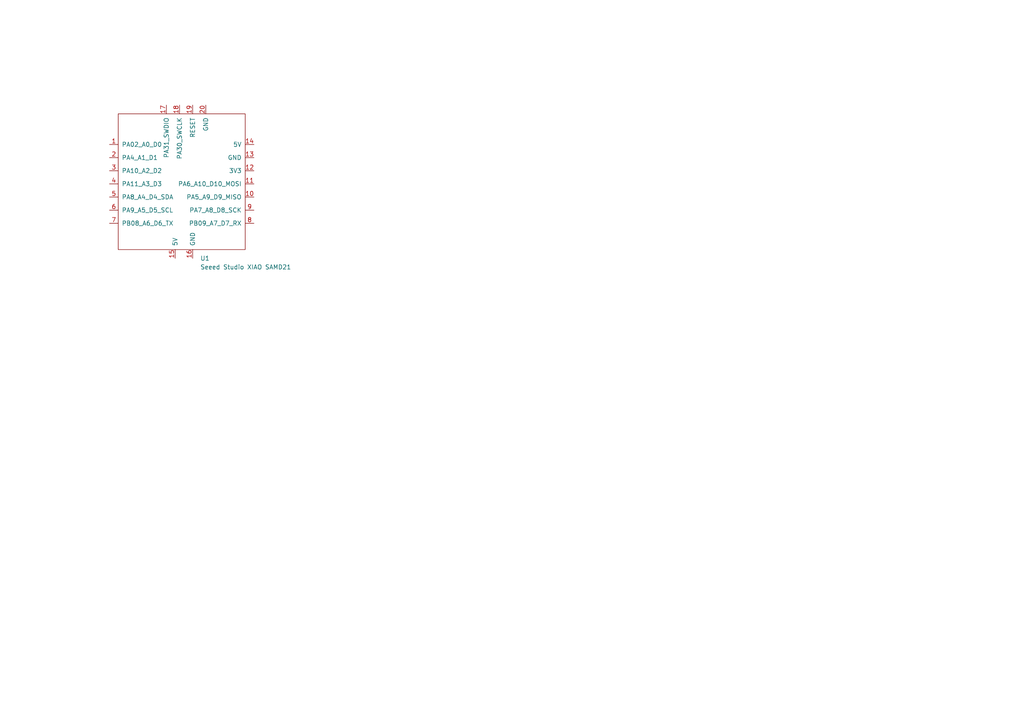
<source format=kicad_sch>
(kicad_sch (version 20231120) (generator "eeschema") (generator_version "8.0")
  (paper "A4")
  (lib_symbols
    (symbol "Seeed_Studio_XIAO_Series:Seeed Studio XIAO SAMD21" (pin_names (offset 1.016))
      (property "Reference" "U" (at -19.05 22.86 0))
      (property "Value" "Seeed Studio XIAO SAMD21" (at -12.7 21.59 0))
      (symbol "Seeed Studio XIAO SAMD21_0_1"
        (rectangle (start -19.05 20.32) (end 17.78 -19.05))
      )
      (symbol "Seeed Studio XIAO SAMD21_1_1"
        (pin unspecified line (at -21.59 11.43 0) (length 2.54) (name "PA02_A0_D0") (number "1"))
        (pin unspecified line (at 20.32 -3.81 180) (length 2.54) (name "PA5_A9_D9_MISO") (number "10"))
        (pin unspecified line (at 20.32 0 180) (length 2.54) (name "PA6_A10_D10_MOSI") (number "11"))
        (pin unspecified line (at 20.32 3.81 180) (length 2.54) (name "3V3") (number "12"))
        (pin unspecified line (at 20.32 7.62 180) (length 2.54) (name "GND") (number "13"))
        (pin unspecified line (at 20.32 11.43 180) (length 2.54) (name "5V") (number "14"))
        (pin input line (at -2.54 -21.59 90) (length 2.54) (name "5V") (number "15"))
        (pin input line (at 2.54 -21.59 90) (length 2.54) (name "GND") (number "16"))
        (pin input line (at -5.08 22.86 270) (length 2.54) (name "PA31_SWDIO") (number "17"))
        (pin input line (at -1.27 22.86 270) (length 2.54) (name "PA30_SWCLK") (number "18"))
        (pin input line (at 2.54 22.86 270) (length 2.54) (name "RESET") (number "19"))
        (pin unspecified line (at -21.59 7.62 0) (length 2.54) (name "PA4_A1_D1") (number "2"))
        (pin input line (at 6.35 22.86 270) (length 2.54) (name "GND") (number "20"))
        (pin unspecified line (at -21.59 3.81 0) (length 2.54) (name "PA10_A2_D2") (number "3"))
        (pin unspecified line (at -21.59 0 0) (length 2.54) (name "PA11_A3_D3") (number "4"))
        (pin unspecified line (at -21.59 -3.81 0) (length 2.54) (name "PA8_A4_D4_SDA") (number "5"))
        (pin unspecified line (at -21.59 -7.62 0) (length 2.54) (name "PA9_A5_D5_SCL") (number "6"))
        (pin unspecified line (at -21.59 -11.43 0) (length 2.54) (name "PB08_A6_D6_TX") (number "7"))
        (pin unspecified line (at 20.32 -11.43 180) (length 2.54) (name "PB09_A7_D7_RX") (number "8"))
        (pin unspecified line (at 20.32 -7.62 180) (length 2.54) (name "PA7_A8_D8_SCK") (number "9"))
      )
    )
  )
  (symbol (lib_id "Seeed_Studio_XIAO_Series:Seeed Studio XIAO SAMD21") (at 53.34 53.34 0) (unit 1)
    (property "Reference" "U1" (at 58.0741 74.93 0) (effects (justify left)))
    (property "Value" "Seeed Studio XIAO SAMD21" (at 58.0741 77.47 0) (effects (justify left)))
  )
)
</source>
